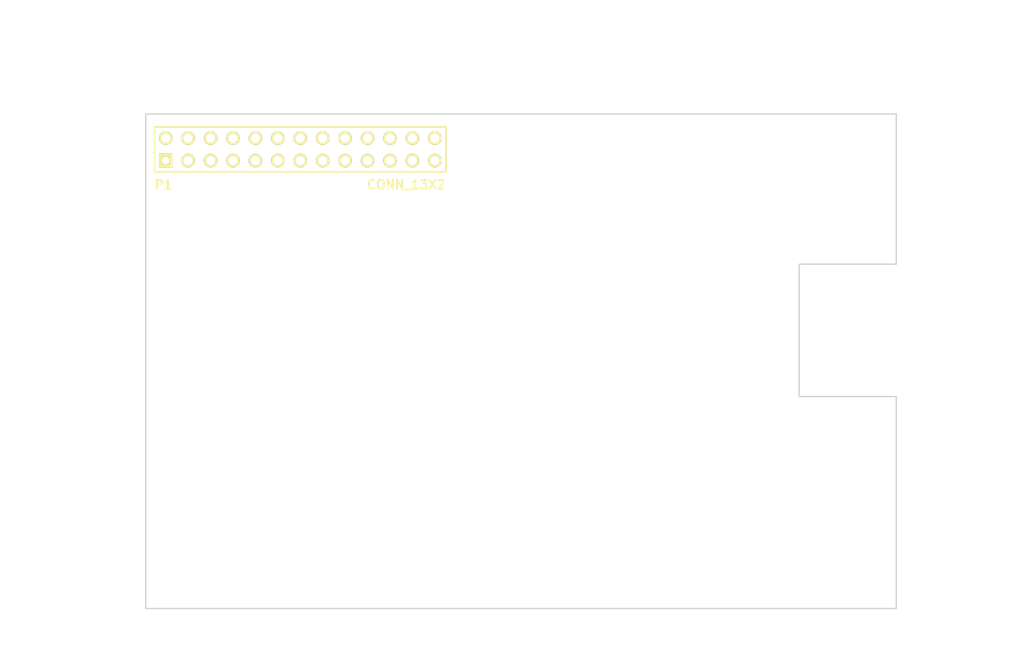
<source format=kicad_pcb>
(kicad_pcb (version 20221018) (generator pcbnew)
  (title_block (date "15 nov 2012"))
  (layers (0 "F.Cu" signal) (31 "B.Cu" signal) (34 "B.Paste" user) (35 "F.Paste" user) (36 "B.SilkS" user) (37 "F.SilkS" user) (38 "B.Mask" user) (39 "F.Mask" user) (44 "Edge.Cuts" user))
  (net 0 "")
  (net 1 "+3.3V")
  (net 2 "+5V")
  (net 3 "GND")
  (footprint "pin_array_13x2" (layer "F.Cu") (at 161 129)
    (fp_text reference "P1" (at -15.5 4) (layer "F.SilkS") (effects (font (size 1.016 1.016) (thickness 0.2032))))
    (fp_text value "CONN_13X2" (at 12 4) (layer "F.SilkS") (effects (font (size 1.016 1.016) (thickness 0.2032))))
    (fp_line (start -16.51 -2.54) (end -16.51 2.54) (stroke (width 0.2032)) (layer "F.SilkS"))
    (fp_line (start -16.51 2.54) (end 16.51 2.54) (stroke (width 0.2032)) (layer "F.SilkS"))
    (fp_line (start 16.51 -2.54) (end -16.51 -2.54) (stroke (width 0.2032)) (layer "F.SilkS"))
    (fp_line (start 16.51 2.54) (end 16.51 -2.54) (stroke (width 0.2032)) (layer "F.SilkS"))
    (pad "1" thru_hole rect (at -15.24 1.27) (size 1.524 1.524) (drill 0.8128) (layers "*.Cu" "*.Mask" "F.SilkS") (net 1 "+3.3V"))
    (pad "2" thru_hole circle (at -15.24 -1.27) (size 1.524 1.524) (drill 1.016) (layers "*.Cu" "*.Mask" "F.SilkS") (net 2 "+5V"))
    (pad "3" thru_hole circle (at -12.7 1.27) (size 1.524 1.524) (drill 1.016) (layers "*.Cu" "*.Mask" "F.SilkS"))
    (pad "4" thru_hole circle (at -12.7 -1.27) (size 1.524 1.524) (drill 1.016) (layers "*.Cu" "*.Mask" "F.SilkS"))
    (pad "5" thru_hole circle (at -10.16 1.27) (size 1.524 1.524) (drill 1.016) (layers "*.Cu" "*.Mask" "F.SilkS"))
    (pad "6" thru_hole circle (at -10.16 -1.27) (size 1.524 1.524) (drill 1.016) (layers "*.Cu" "*.Mask" "F.SilkS") (net 3 "GND"))
    (pad "7" thru_hole circle (at -7.62 1.27) (size 1.524 1.524) (drill 1.016) (layers "*.Cu" "*.Mask" "F.SilkS"))
    (pad "8" thru_hole circle (at -7.62 -1.27) (size 1.524 1.524) (drill 1.016) (layers "*.Cu" "*.Mask" "F.SilkS"))
    (pad "9" thru_hole circle (at -5.08 1.27) (size 1.524 1.524) (drill 1.016) (layers "*.Cu" "*.Mask" "F.SilkS"))
    (pad "10" thru_hole circle (at -5.08 -1.27) (size 1.524 1.524) (drill 1.016) (layers "*.Cu" "*.Mask" "F.SilkS"))
    (pad "11" thru_hole circle (at -2.54 1.27) (size 1.524 1.524) (drill 1.016) (layers "*.Cu" "*.Mask" "F.SilkS"))
    (pad "12" thru_hole circle (at -2.54 -1.27) (size 1.524 1.524) (drill 1.016) (layers "*.Cu" "*.Mask" "F.SilkS"))
    (pad "13" thru_hole circle (at 0 1.27) (size 1.524 1.524) (drill 1.016) (layers "*.Cu" "*.Mask" "F.SilkS"))
    (pad "14" thru_hole circle (at 0 -1.27) (size 1.524 1.524) (drill 1.016) (layers "*.Cu" "*.Mask" "F.SilkS"))
    (pad "15" thru_hole circle (at 2.54 1.27) (size 1.524 1.524) (drill 1.016) (layers "*.Cu" "*.Mask" "F.SilkS"))
    (pad "16" thru_hole circle (at 2.54 -1.27) (size 1.524 1.524) (drill 1.016) (layers "*.Cu" "*.Mask" "F.SilkS"))
    (pad "17" thru_hole circle (at 5.08 1.27) (size 1.524 1.524) (drill 1.016) (layers "*.Cu" "*.Mask" "F.SilkS"))
    (pad "18" thru_hole circle (at 5.08 -1.27) (size 1.524 1.524) (drill 1.016) (layers "*.Cu" "*.Mask" "F.SilkS"))
    (pad "19" thru_hole circle (at 7.62 1.27) (size 1.524 1.524) (drill 1.016) (layers "*.Cu" "*.Mask" "F.SilkS"))
    (pad "20" thru_hole circle (at 7.62 -1.27) (size 1.524 1.524) (drill 1.016) (layers "*.Cu" "*.Mask" "F.SilkS"))
    (pad "21" thru_hole circle (at 10.16 1.27) (size 1.524 1.524) (drill 1.016) (layers "*.Cu" "*.Mask" "F.SilkS"))
    (pad "22" thru_hole circle (at 10.16 -1.27) (size 1.524 1.524) (drill 1.016) (layers "*.Cu" "*.Mask" "F.SilkS"))
    (pad "23" thru_hole circle (at 12.7 1.27) (size 1.524 1.524) (drill 1.016) (layers "*.Cu" "*.Mask" "F.SilkS"))
    (pad "24" thru_hole circle (at 12.7 -1.27) (size 1.524 1.524) (drill 1.016) (layers "*.Cu" "*.Mask" "F.SilkS"))
    (pad "25" thru_hole circle (at 15.24 1.27) (size 1.524 1.524) (drill 1.016) (layers "*.Cu" "*.Mask" "F.SilkS"))
    (pad "26" thru_hole circle (at 15.24 -1.27) (size 1.524 1.524) (drill 1.016) (layers "*.Cu" "*.Mask" "F.SilkS"))
  )
  (gr_line (start 143.5 125) (end 143.5 181) (stroke (width 0.15)) (layer "Edge.Cuts"))
  (gr_line (start 217.5 157) (end 217.5 142) (stroke (width 0.15)) (layer "Edge.Cuts"))
  (gr_line (start 228.5 181) (end 228.5 157) (stroke (width 0.15)) (layer "Edge.Cuts"))
  (gr_line (start 228.5 142) (end 228.5 125) (stroke (width 0.15)) (layer "Edge.Cuts"))
  (gr_line (start 143.5 181) (end 228.5 181) (stroke (width 0.15)) (layer "Edge.Cuts"))
  (gr_line (start 228.5 125) (end 143.5 125) (stroke (width 0.15)) (layer "Edge.Cuts"))
  (gr_line (start 228.5 157) (end 217.5 157) (stroke (width 0.15)) (layer "Edge.Cuts"))
  (gr_line (start 217.5 142) (end 228.5 142) (stroke (width 0.15)) (layer "Edge.Cuts"))
)
</source>
